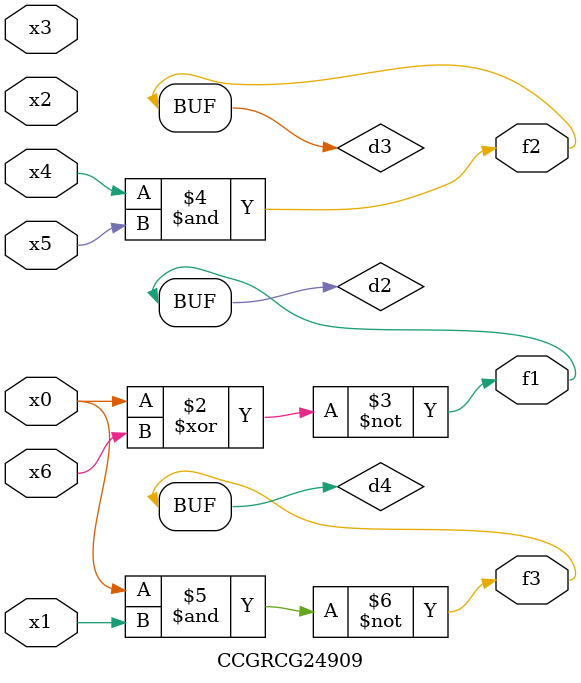
<source format=v>
module CCGRCG24909(
	input x0, x1, x2, x3, x4, x5, x6,
	output f1, f2, f3
);

	wire d1, d2, d3, d4;

	nor (d1, x0);
	xnor (d2, x0, x6);
	and (d3, x4, x5);
	nand (d4, x0, x1);
	assign f1 = d2;
	assign f2 = d3;
	assign f3 = d4;
endmodule

</source>
